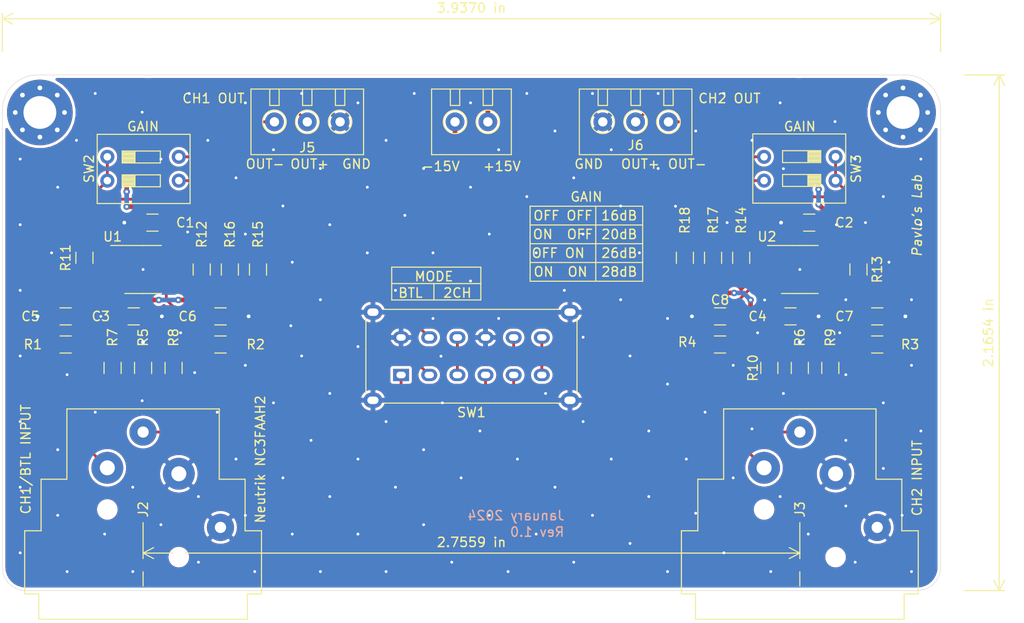
<source format=kicad_pcb>
(kicad_pcb (version 20171130) (host pcbnew "(5.1.6-0)")
  (layers (0 F.Cu signal) (31 B.Cu signal) (34 B.Paste user) (35 F.Paste user) (36 B.SilkS user) (37 F.SilkS user) (38 B.Mask user) (39 F.Mask user) (44 Edge.Cuts user))
  (net 0 "")
  (net 1 GND)
  (net 2 +15V)
  (net 3 -15V)
  (net 4 "Net-(C5-Pad1)")
  (net 5 "Net-(C6-Pad2)")
  (net 6 "Net-(J5-Pad2)")
  (net 7 "Net-(R5-Pad1)")
  (net 8 "Net-(R10-Pad1)")
  (net 9 "Net-(J2-Pad3)")
  (net 10 "Net-(J2-Pad2)")
  (net 11 "Net-(R11-Pad2)")
  (net 12 "Net-(R12-Pad2)")
  (net 13 "Net-(R13-Pad2)")
  (net 14 "Net-(R14-Pad2)")
  (net 15 "Net-(C7-Pad1)")
  (net 16 "Net-(C8-Pad2)")
  (net 17 "Net-(J3-Pad3)")
  (net 18 "Net-(J3-Pad2)")
  (net 19 "Net-(J6-Pad2)")
  (net 20 "Net-(R2-Pad2)")
  (net 21 "Net-(R3-Pad2)")
  (net 22 "Net-(R4-Pad2)")
  (net 23 "Net-(R15-Pad2)")
  (net 24 "Net-(R16-Pad2)")
  (net 25 "Net-(R17-Pad2)")
  (net 26 "Net-(R18-Pad2)")
  (net 27 "Net-(SW1-Pad1)")
  (net 28 "Net-(SW1-Pad3)")
  (net 29 "Net-(J6-Pad1)")
  (net 30 "Net-(J5-Pad3)")
  (module local_footprint_lib:SW_SS-42H11_4PDT (layer F.Cu) (at 125 130)
    (fp_text reference SW1 (at 0 6) (layer F.SilkS))
    (fp_text value BTL)
    (pad 6 thru_hole oval (at 7.5 2) (size 1.7 1.3) (drill oval 1 0.7) (layers *.Cu *.Mask) (net 18 "Net-(J3-Pad2)"))
    (pad 5 thru_hole oval (at 4.5 2) (size 1.7 1.3) (drill oval 1 0.7) (layers *.Cu *.Mask) (net 21 "Net-(R3-Pad2)"))
    (pad 4 thru_hole oval (at 1.5 2) (size 1.7 1.3) (drill oval 1 0.7) (layers *.Cu *.Mask) (net 27 "Net-(SW1-Pad1)"))
    (pad 3 thru_hole oval (at -1.5 2) (size 1.7 1.3) (drill oval 1 0.7) (layers *.Cu *.Mask) (net 28 "Net-(SW1-Pad3)"))
    (pad 2 thru_hole oval (at -4.5 2) (size 1.7 1.3) (drill oval 1 0.7) (layers *.Cu *.Mask) (net 9 "Net-(J2-Pad3)"))
    (pad 12 thru_hole oval (at 7.5 -2) (size 1.7 1.3) (drill oval 1 0.7) (layers *.Cu *.Mask) (net 17 "Net-(J3-Pad3)"))
    (pad 11 thru_hole oval (at 4.5 -2) (size 1.7 1.3) (drill oval 1 0.7) (layers *.Cu *.Mask) (net 22 "Net-(R4-Pad2)"))
    (pad 10 thru_hole oval (at 1.5 -2) (size 1.7 1.3) (drill oval 1 0.7) (layers *.Cu *.Mask) (net 1 GND))
    (pad 9 thru_hole oval (at -1.5 -2) (size 1.7 1.3) (drill oval 1 0.7) (layers *.Cu *.Mask) (net 28 "Net-(SW1-Pad3)"))
    (pad 8 thru_hole oval (at -4.5 -2) (size 1.7 1.3) (drill oval 1 0.7) (layers *.Cu *.Mask) (net 20 "Net-(R2-Pad2)"))
    (pad 13 thru_hole oval (at -10.5 4.7) (size 2 1.6) (drill oval 1.2 0.8) (layers *.Cu *.Mask) (net 1 GND))
    (pad 13 thru_hole oval (at 10.5 4.7) (size 2 1.6) (drill oval 1.2 0.8) (layers *.Cu *.Mask) (net 1 GND))
    (pad 13 thru_hole oval (at 10.5 -4.7) (size 2 1.6) (drill oval 1.2 0.8) (layers *.Cu *.Mask) (net 1 GND))
    (pad 13 thru_hole oval (at -10.5 -4.7) (size 2 1.6) (drill oval 1.2 0.8) (layers *.Cu *.Mask) (net 1 GND))
    (pad 7 thru_hole oval (at -7.5 -2) (size 1.7 1.3) (drill oval 1 0.7) (layers *.Cu *.Mask) (net 1 GND))
    (pad 1 thru_hole rect (at -7.5 2) (size 1.7 1.3) (drill oval 1 0.7) (layers *.Cu *.Mask) (net 27 "Net-(SW1-Pad1)"))
  )
  (module local_footprint_lib:SW_DIP_SPSTx02_Slide_W7.62mm_P2.54mm (layer F.Cu) (at 160 110 180)
    (fp_text reference SW3 (at -6 0 90) (layer F.SilkS))
    (fp_text value GAIN_CH2)
    (pad 4 thru_hole circle (at 3.81 -1.27 180) (size 1.5 1.5) (drill 0.8) (layers *.Cu *.Mask) (net 25 "Net-(R17-Pad2)"))
    (pad 3 thru_hole circle (at 3.81 1.27 180) (size 1.5 1.5) (drill 0.8) (layers *.Cu *.Mask) (net 26 "Net-(R18-Pad2)"))
    (pad 2 thru_hole circle (at -3.81 -1.27 180) (size 1.5 1.5) (drill 0.8) (layers *.Cu *.Mask) (net 13 "Net-(R13-Pad2)"))
    (pad 1 thru_hole circle (at -3.81 1.27 180) (size 1.5 1.5) (drill 0.8) (layers *.Cu *.Mask) (net 13 "Net-(R13-Pad2)"))
  )
  (module local_footprint_lib:SW_DIP_SPSTx02_Slide_W7.62mm_P2.54mm (layer F.Cu) (at 90 110)
    (fp_text reference SW2 (at -5.75 0 90) (layer F.SilkS))
    (fp_text value GAIN_CH1)
    (pad 4 thru_hole circle (at 3.81 -1.27) (size 1.5 1.5) (drill 0.8) (layers *.Cu *.Mask) (net 23 "Net-(R15-Pad2)"))
    (pad 3 thru_hole circle (at 3.81 1.27) (size 1.5 1.5) (drill 0.8) (layers *.Cu *.Mask) (net 24 "Net-(R16-Pad2)"))
    (pad 2 thru_hole circle (at -3.81 -1.27) (size 1.5 1.5) (drill 0.8) (layers *.Cu *.Mask) (net 11 "Net-(R11-Pad2)"))
    (pad 1 thru_hole circle (at -3.81 1.27) (size 1.5 1.5) (drill 0.8) (layers *.Cu *.Mask) (net 11 "Net-(R11-Pad2)"))
  )
  (module Resistor_SMD:R_1206_3216Metric (layer F.Cu) (at 147.75 119.5 90)
    (fp_text reference R18 (at 4 0 90) (layer F.SilkS))
    (fp_text value 910R)
    (pad 2 smd roundrect (at 1.4 0 90) (size 1.25 1.75) (layers F.Cu F.Paste F.Mask) (roundrect_rratio 0.2) (net 26 "Net-(R18-Pad2)"))
    (pad 1 smd roundrect (at -1.4 0 90) (size 1.25 1.75) (layers F.Cu F.Paste F.Mask) (roundrect_rratio 0.2) (net 14 "Net-(R14-Pad2)"))
  )
  (module Resistor_SMD:R_1206_3216Metric (layer F.Cu) (at 150.75 119.5 90)
    (fp_text reference R17 (at 4 0 90) (layer F.SilkS))
    (fp_text value 3K3)
    (pad 2 smd roundrect (at 1.4 0 90) (size 1.25 1.75) (layers F.Cu F.Paste F.Mask) (roundrect_rratio 0.2) (net 25 "Net-(R17-Pad2)"))
    (pad 1 smd roundrect (at -1.4 0 90) (size 1.25 1.75) (layers F.Cu F.Paste F.Mask) (roundrect_rratio 0.2) (net 14 "Net-(R14-Pad2)"))
  )
  (module Resistor_SMD:R_1206_3216Metric (layer F.Cu) (at 99.25 120.75 90)
    (fp_text reference R16 (at 3.75 0 90) (layer F.SilkS))
    (fp_text value 910R)
    (pad 2 smd roundrect (at 1.4 0 90) (size 1.25 1.75) (layers F.Cu F.Paste F.Mask) (roundrect_rratio 0.2) (net 24 "Net-(R16-Pad2)"))
    (pad 1 smd roundrect (at -1.4 0 90) (size 1.25 1.75) (layers F.Cu F.Paste F.Mask) (roundrect_rratio 0.2) (net 12 "Net-(R12-Pad2)"))
  )
  (module Resistor_SMD:R_1206_3216Metric (layer F.Cu) (at 102.25 120.75 90)
    (fp_text reference R15 (at 3.75 0 90) (layer F.SilkS))
    (fp_text value 3K3)
    (pad 2 smd roundrect (at 1.4 0 90) (size 1.25 1.75) (layers F.Cu F.Paste F.Mask) (roundrect_rratio 0.2) (net 23 "Net-(R15-Pad2)"))
    (pad 1 smd roundrect (at -1.4 0 90) (size 1.25 1.75) (layers F.Cu F.Paste F.Mask) (roundrect_rratio 0.2) (net 12 "Net-(R12-Pad2)"))
  )
  (module "local_footprint_lib:TerminalBlock_ Amphenol_01_03_P3.50mm" (layer F.Cu) (at 142.5 105 180)
    (fp_text reference J6 (at 0 -2.5) (layer F.SilkS))
    (fp_text value CH1_OUT)
    (pad 3 thru_hole circle (at 3.5 0 180) (size 2 2) (drill 1) (layers *.Cu *.Mask) (net 1 GND))
    (pad 2 thru_hole circle (at 0 0 180) (size 2 2) (drill 1) (layers *.Cu *.Mask) (net 19 "Net-(J6-Pad2)"))
    (pad 1 thru_hole circle (at -3.5 0 180) (size 2 2) (drill 1) (layers *.Cu *.Mask) (net 29 "Net-(J6-Pad1)"))
  )
  (module Package_SO:SOIC-8_3.9x4.9mm_P1.27mm (layer F.Cu) (at 160 120.75)
    (fp_text reference U2 (at -3.5 -3.5) (layer F.SilkS))
    (fp_text value LM4562)
    (pad 8 smd roundrect (at 2.475 -1.905) (size 1.95 0.6) (layers F.Cu F.Paste F.Mask) (net 2 +15V))
    (pad 7 smd roundrect (at 2.475 -0.635) (size 1.95 0.6) (layers F.Cu F.Paste F.Mask) (net 19 "Net-(J6-Pad2)"))
    (pad 6 smd roundrect (at 2.475 0.635) (size 1.95 0.6) (layers F.Cu F.Paste F.Mask) (net 13 "Net-(R13-Pad2)"))
    (pad 5 smd roundrect (at 2.475 1.905) (size 1.95 0.6) (layers F.Cu F.Paste F.Mask) (net 15 "Net-(C7-Pad1)"))
    (pad 4 smd roundrect (at -2.475 1.905) (size 1.95 0.6) (layers F.Cu F.Paste F.Mask) (net 3 -15V))
    (pad 3 smd roundrect (at -2.475 0.635) (size 1.95 0.6) (layers F.Cu F.Paste F.Mask) (net 16 "Net-(C8-Pad2)"))
    (pad 2 smd roundrect (at -2.475 -0.635) (size 1.95 0.6) (layers F.Cu F.Paste F.Mask) (net 14 "Net-(R14-Pad2)"))
    (pad 1 smd roundrect (at -2.475 -1.905) (size 1.95 0.6) (layers F.Cu F.Paste F.Mask) (net 29 "Net-(J6-Pad1)"))
  )
  (module Resistor_SMD:R_1206_3216Metric (layer F.Cu) (at 153.75 119.5 270)
    (fp_text reference R14 (at -4 0 90) (layer F.SilkS))
    (fp_text value 1K)
    (pad 2 smd roundrect (at 1.4 0 270) (size 1.25 1.75) (layers F.Cu F.Paste F.Mask) (roundrect_rratio 0.2) (net 14 "Net-(R14-Pad2)"))
    (pad 1 smd roundrect (at -1.4 0 270) (size 1.25 1.75) (layers F.Cu F.Paste F.Mask) (roundrect_rratio 0.2) (net 29 "Net-(J6-Pad1)"))
  )
  (module Resistor_SMD:R_1206_3216Metric (layer F.Cu) (at 166.25 120.75 270)
    (fp_text reference R13 (at 0 -2 90) (layer F.SilkS))
    (fp_text value 1K)
    (pad 2 smd roundrect (at 1.4 0 270) (size 1.25 1.75) (layers F.Cu F.Paste F.Mask) (roundrect_rratio 0.2) (net 13 "Net-(R13-Pad2)"))
    (pad 1 smd roundrect (at -1.4 0 270) (size 1.25 1.75) (layers F.Cu F.Paste F.Mask) (roundrect_rratio 0.2) (net 19 "Net-(J6-Pad2)"))
  )
  (module Resistor_SMD:R_1206_3216Metric (layer F.Cu) (at 96.25 120.75 270)
    (fp_text reference R12 (at -3.75 0 90) (layer F.SilkS))
    (fp_text value 1K)
    (pad 2 smd roundrect (at 1.4 0 270) (size 1.25 1.75) (layers F.Cu F.Paste F.Mask) (roundrect_rratio 0.2) (net 12 "Net-(R12-Pad2)"))
    (pad 1 smd roundrect (at -1.4 0 270) (size 1.25 1.75) (layers F.Cu F.Paste F.Mask) (roundrect_rratio 0.2) (net 30 "Net-(J5-Pad3)"))
  )
  (module Resistor_SMD:R_1206_3216Metric (layer F.Cu) (at 83.75 119.5 270)
    (fp_text reference R11 (at 0 2 90) (layer F.SilkS))
    (fp_text value 1K)
    (pad 2 smd roundrect (at 1.4 0 270) (size 1.25 1.75) (layers F.Cu F.Paste F.Mask) (roundrect_rratio 0.2) (net 11 "Net-(R11-Pad2)"))
    (pad 1 smd roundrect (at -1.4 0 270) (size 1.25 1.75) (layers F.Cu F.Paste F.Mask) (roundrect_rratio 0.2) (net 6 "Net-(J5-Pad2)"))
  )
  (module Resistor_SMD:R_1206_3216Metric (layer F.Cu) (at 156.75 131.25 90)
    (fp_text reference R10 (at 0 -1.75 90) (layer F.SilkS))
    (fp_text value 47K)
    (pad 2 smd roundrect (at 1.4 0 90) (size 1.25 1.75) (layers F.Cu F.Paste F.Mask) (roundrect_rratio 0.2) (net 16 "Net-(C8-Pad2)"))
    (pad 1 smd roundrect (at -1.4 0 90) (size 1.25 1.75) (layers F.Cu F.Paste F.Mask) (roundrect_rratio 0.2) (net 8 "Net-(R10-Pad1)"))
  )
  (module Resistor_SMD:R_1206_3216Metric (layer F.Cu) (at 163.25 131.25 270)
    (fp_text reference R9 (at -3.25 0 90) (layer F.SilkS))
    (fp_text value 47K)
    (pad 2 smd roundrect (at 1.4 0 270) (size 1.25 1.75) (layers F.Cu F.Paste F.Mask) (roundrect_rratio 0.2) (net 8 "Net-(R10-Pad1)"))
    (pad 1 smd roundrect (at -1.4 0 270) (size 1.25 1.75) (layers F.Cu F.Paste F.Mask) (roundrect_rratio 0.2) (net 15 "Net-(C7-Pad1)"))
  )
  (module Resistor_SMD:R_1206_3216Metric (layer F.Cu) (at 160 131.25 90)
    (fp_text reference R6 (at 3.25 0 90) (layer F.SilkS))
    (fp_text value 2M2)
    (pad 2 smd roundrect (at 1.4 0 90) (size 1.25 1.75) (layers F.Cu F.Paste F.Mask) (roundrect_rratio 0.2) (net 1 GND))
    (pad 1 smd roundrect (at -1.4 0 90) (size 1.25 1.75) (layers F.Cu F.Paste F.Mask) (roundrect_rratio 0.2) (net 8 "Net-(R10-Pad1)"))
  )
  (module Resistor_SMD:R_1206_3216Metric (layer F.Cu) (at 151.5 128.75 180)
    (fp_text reference R4 (at 3.5 0.25) (layer F.SilkS))
    (fp_text value 100R)
    (pad 2 smd roundrect (at 1.4 0 180) (size 1.25 1.75) (layers F.Cu F.Paste F.Mask) (roundrect_rratio 0.2) (net 22 "Net-(R4-Pad2)"))
    (pad 1 smd roundrect (at -1.4 0 180) (size 1.25 1.75) (layers F.Cu F.Paste F.Mask) (roundrect_rratio 0.2) (net 16 "Net-(C8-Pad2)"))
  )
  (module Resistor_SMD:R_1206_3216Metric (layer F.Cu) (at 168.25 128.75)
    (fp_text reference R3 (at 3.5 0) (layer F.SilkS))
    (fp_text value 100R)
    (pad 2 smd roundrect (at 1.4 0) (size 1.25 1.75) (layers F.Cu F.Paste F.Mask) (roundrect_rratio 0.2) (net 21 "Net-(R3-Pad2)"))
    (pad 1 smd roundrect (at -1.4 0) (size 1.25 1.75) (layers F.Cu F.Paste F.Mask) (roundrect_rratio 0.2) (net 15 "Net-(C7-Pad1)"))
  )
  (module "local_footprint_lib:TerminalBlock_ Amphenol_01_03_P3.50mm" (layer F.Cu) (at 107.5 105 180)
    (fp_text reference J5 (at 0 -2.75) (layer F.SilkS))
    (fp_text value CH1_OUT)
    (pad 3 thru_hole circle (at 3.5 0 180) (size 2 2) (drill 1) (layers *.Cu *.Mask) (net 30 "Net-(J5-Pad3)"))
    (pad 2 thru_hole circle (at 0 0 180) (size 2 2) (drill 1) (layers *.Cu *.Mask) (net 6 "Net-(J5-Pad2)"))
    (pad 1 thru_hole circle (at -3.5 0 180) (size 2 2) (drill 1) (layers *.Cu *.Mask) (net 1 GND))
  )
  (module local_footprint_lib:Jack_XLR_Neutrik_NC3FAAH2_Horizontal_centered (layer F.Cu) (at 160 158 270)
    (fp_text reference J3 (at -11.66 -0.01 90) (layer F.SilkS))
    (fp_text value CH2_XLR)
    (pad G thru_hole circle (at -9.74 -8.25 270) (size 2.9 2.9) (drill 1.2) (layers *.Cu *.Mask) (net 1 GND))
    (pad "" np_thru_hole circle (at -11.65 3.81 270) (size 1.6 1.6) (drill 1.6) (layers *.Cu *.Mask))
    (pad "" np_thru_hole circle (at -6.57 -3.81 270) (size 1.6 1.6) (drill 1.6) (layers *.Cu *.Mask))
    (pad 3 thru_hole circle (at -19.91 0 270) (size 2.9 2.9) (drill 1.2) (layers *.Cu *.Mask) (net 17 "Net-(J3-Pad3)"))
    (pad 2 thru_hole circle (at -16.095 3.81 270) (size 3.4 3.4) (drill 1.6) (layers *.Cu *.Mask) (net 18 "Net-(J3-Pad2)"))
    (pad 1 thru_hole circle (at -15.46 -3.81 270) (size 3.4 3.4) (drill 1.6) (layers *.Cu *.Mask) (net 1 GND))
  )
  (module Capacitor_SMD:C_1206_3216Metric_Pad1.42x1.75mm_HandSolder (layer F.Cu) (at 151.5 125.75)
    (fp_text reference C8 (at 0 -1.75) (layer F.SilkS))
    (fp_text value 1n)
    (pad 2 smd roundrect (at 1.4875 0) (size 1.425 1.75) (layers F.Cu F.Paste F.Mask) (roundrect_rratio 0.175439) (net 16 "Net-(C8-Pad2)"))
    (pad 1 smd roundrect (at -1.4875 0) (size 1.425 1.75) (layers F.Cu F.Paste F.Mask) (roundrect_rratio 0.175439) (net 1 GND))
  )
  (module Capacitor_SMD:C_1206_3216Metric_Pad1.42x1.75mm_HandSolder (layer F.Cu) (at 168.25 125.75)
    (fp_text reference C7 (at -3.5 0) (layer F.SilkS))
    (fp_text value 1n)
    (pad 2 smd roundrect (at 1.4875 0) (size 1.425 1.75) (layers F.Cu F.Paste F.Mask) (roundrect_rratio 0.175439) (net 1 GND))
    (pad 1 smd roundrect (at -1.4875 0) (size 1.425 1.75) (layers F.Cu F.Paste F.Mask) (roundrect_rratio 0.175439) (net 15 "Net-(C7-Pad1)"))
  )
  (module "local_footprint_lib:TerminalBlock_ Amphenol_01_02_P3.50mm" (layer F.Cu) (at 125 105 180)
    (fp_text reference J1)
    (fp_text value POWER)
    (pad 2 thru_hole circle (at 1.75 0 180) (size 2 2) (drill 1) (layers *.Cu *.Mask) (net 3 -15V))
    (pad 1 thru_hole circle (at -1.75 0 180) (size 2 2) (drill 1) (layers *.Cu *.Mask) (net 2 +15V))
  )
  (module Capacitor_SMD:C_1206_3216Metric_Pad1.42x1.75mm_HandSolder (layer F.Cu) (at 98.25 125.75 180)
    (fp_text reference C6 (at 3.5 0) (layer F.SilkS))
    (fp_text value 1n)
    (pad 2 smd roundrect (at 1.4875 0 180) (size 1.425 1.75) (layers F.Cu F.Paste F.Mask) (roundrect_rratio 0.175439) (net 5 "Net-(C6-Pad2)"))
    (pad 1 smd roundrect (at -1.4875 0 180) (size 1.425 1.75) (layers F.Cu F.Paste F.Mask) (roundrect_rratio 0.175439) (net 1 GND))
  )
  (module Capacitor_SMD:C_1206_3216Metric_Pad1.42x1.75mm_HandSolder (layer F.Cu) (at 81.75 125.75 180)
    (fp_text reference C5 (at 3.75 0) (layer F.SilkS))
    (fp_text value 1n)
    (pad 2 smd roundrect (at 1.4875 0 180) (size 1.425 1.75) (layers F.Cu F.Paste F.Mask) (roundrect_rratio 0.175439) (net 1 GND))
    (pad 1 smd roundrect (at -1.4875 0 180) (size 1.425 1.75) (layers F.Cu F.Paste F.Mask) (roundrect_rratio 0.175439) (net 4 "Net-(C5-Pad1)"))
  )
  (module Capacitor_SMD:C_1206_3216Metric_Pad1.42x1.75mm_HandSolder (layer F.Cu) (at 159 125.75 180)
    (fp_text reference C4 (at 3.5 0) (layer F.SilkS))
    (fp_text value 100n)
    (pad 2 smd roundrect (at 1.4875 0 180) (size 1.425 1.75) (layers F.Cu F.Paste F.Mask) (roundrect_rratio 0.175439) (net 3 -15V))
    (pad 1 smd roundrect (at -1.4875 0 180) (size 1.425 1.75) (layers F.Cu F.Paste F.Mask) (roundrect_rratio 0.175439) (net 1 GND))
  )
  (module Capacitor_SMD:C_1206_3216Metric_Pad1.42x1.75mm_HandSolder (layer F.Cu) (at 89 125.75 180)
    (fp_text reference C3 (at 3.5 0) (layer F.SilkS))
    (fp_text value 100n)
    (pad 2 smd roundrect (at 1.4875 0 180) (size 1.425 1.75) (layers F.Cu F.Paste F.Mask) (roundrect_rratio 0.175439) (net 3 -15V))
    (pad 1 smd roundrect (at -1.4875 0 180) (size 1.425 1.75) (layers F.Cu F.Paste F.Mask) (roundrect_rratio 0.175439) (net 1 GND))
  )
  (module Capacitor_SMD:C_1206_3216Metric_Pad1.42x1.75mm_HandSolder (layer F.Cu) (at 161 115.75 180)
    (fp_text reference C2 (at -3.75 0) (layer F.SilkS))
    (fp_text value 100n)
    (pad 2 smd roundrect (at 1.4875 0 180) (size 1.425 1.75) (layers F.Cu F.Paste F.Mask) (roundrect_rratio 0.175439) (net 1 GND))
    (pad 1 smd roundrect (at -1.4875 0 180) (size 1.425 1.75) (layers F.Cu F.Paste F.Mask) (roundrect_rratio 0.175439) (net 2 +15V))
  )
  (module Capacitor_SMD:C_1206_3216Metric_Pad1.42x1.75mm_HandSolder (layer F.Cu) (at 91 115.75 180)
    (fp_text reference C1 (at -3.5 0) (layer F.SilkS))
    (fp_text value 100n)
    (pad 2 smd roundrect (at 1.4875 0 180) (size 1.425 1.75) (layers F.Cu F.Paste F.Mask) (roundrect_rratio 0.175439) (net 1 GND))
    (pad 1 smd roundrect (at -1.4875 0 180) (size 1.425 1.75) (layers F.Cu F.Paste F.Mask) (roundrect_rratio 0.175439) (net 2 +15V))
  )
  (module Package_SO:SOIC-8_3.9x4.9mm_P1.27mm (layer F.Cu) (at 90 120.75)
    (fp_text reference U1 (at -3.25 -3.5) (layer F.SilkS))
    (fp_text value LM4562)
    (pad 8 smd roundrect (at 2.475 -1.905) (size 1.95 0.6) (layers F.Cu F.Paste F.Mask) (net 2 +15V))
    (pad 7 smd roundrect (at 2.475 -0.635) (size 1.95 0.6) (layers F.Cu F.Paste F.Mask) (net 30 "Net-(J5-Pad3)"))
    (pad 6 smd roundrect (at 2.475 0.635) (size 1.95 0.6) (layers F.Cu F.Paste F.Mask) (net 12 "Net-(R12-Pad2)"))
    (pad 5 smd roundrect (at 2.475 1.905) (size 1.95 0.6) (layers F.Cu F.Paste F.Mask) (net 5 "Net-(C6-Pad2)"))
    (pad 4 smd roundrect (at -2.475 1.905) (size 1.95 0.6) (layers F.Cu F.Paste F.Mask) (net 3 -15V))
    (pad 3 smd roundrect (at -2.475 0.635) (size 1.95 0.6) (layers F.Cu F.Paste F.Mask) (net 4 "Net-(C5-Pad1)"))
    (pad 2 smd roundrect (at -2.475 -0.635) (size 1.95 0.6) (layers F.Cu F.Paste F.Mask) (net 11 "Net-(R11-Pad2)"))
    (pad 1 smd roundrect (at -2.475 -1.905) (size 1.95 0.6) (layers F.Cu F.Paste F.Mask) (net 6 "Net-(J5-Pad2)"))
  )
  (module Resistor_SMD:R_1206_3216Metric (layer F.Cu) (at 93.25 131.25 90)
    (fp_text reference R8 (at 3.25 0 90) (layer F.SilkS))
    (fp_text value 47K)
    (pad 2 smd roundrect (at 1.4 0 90) (size 1.25 1.75) (layers F.Cu F.Paste F.Mask) (roundrect_rratio 0.2) (net 5 "Net-(C6-Pad2)"))
    (pad 1 smd roundrect (at -1.4 0 90) (size 1.25 1.75) (layers F.Cu F.Paste F.Mask) (roundrect_rratio 0.2) (net 7 "Net-(R5-Pad1)"))
  )
  (module Resistor_SMD:R_1206_3216Metric (layer F.Cu) (at 86.75 131.25 270)
    (fp_text reference R7 (at -3.25 0 90) (layer F.SilkS))
    (fp_text value 47K)
    (pad 2 smd roundrect (at 1.4 0 270) (size 1.25 1.75) (layers F.Cu F.Paste F.Mask) (roundrect_rratio 0.2) (net 7 "Net-(R5-Pad1)"))
    (pad 1 smd roundrect (at -1.4 0 270) (size 1.25 1.75) (layers F.Cu F.Paste F.Mask) (roundrect_rratio 0.2) (net 4 "Net-(C5-Pad1)"))
  )
  (module Resistor_SMD:R_1206_3216Metric (layer F.Cu) (at 90 131.25 90)
    (fp_text reference R5 (at 3.25 0 90) (layer F.SilkS))
    (fp_text value 2M2)
    (pad 2 smd roundrect (at 1.4 0 90) (size 1.25 1.75) (layers F.Cu F.Paste F.Mask) (roundrect_rratio 0.2) (net 1 GND))
    (pad 1 smd roundrect (at -1.4 0 90) (size 1.25 1.75) (layers F.Cu F.Paste F.Mask) (roundrect_rratio 0.2) (net 7 "Net-(R5-Pad1)"))
  )
  (module Resistor_SMD:R_1206_3216Metric (layer F.Cu) (at 98.25 128.75)
    (fp_text reference R2 (at 3.75 0) (layer F.SilkS))
    (fp_text value 100R)
    (pad 2 smd roundrect (at 1.4 0) (size 1.25 1.75) (layers F.Cu F.Paste F.Mask) (roundrect_rratio 0.2) (net 20 "Net-(R2-Pad2)"))
    (pad 1 smd roundrect (at -1.4 0) (size 1.25 1.75) (layers F.Cu F.Paste F.Mask) (roundrect_rratio 0.2) (net 5 "Net-(C6-Pad2)"))
  )
  (module Resistor_SMD:R_1206_3216Metric (layer F.Cu) (at 81.75 128.75 180)
    (fp_text reference R1 (at 3.5 0) (layer F.SilkS))
    (fp_text value 100R)
    (pad 2 smd roundrect (at 1.4 0 180) (size 1.25 1.75) (layers F.Cu F.Paste F.Mask) (roundrect_rratio 0.2) (net 10 "Net-(J2-Pad2)"))
    (pad 1 smd roundrect (at -1.4 0 180) (size 1.25 1.75) (layers F.Cu F.Paste F.Mask) (roundrect_rratio 0.2) (net 4 "Net-(C5-Pad1)"))
  )
  (module MountingHole:MountingHole_3.5mm_Pad_Via (layer F.Cu) (at 171 104)
    (fp_text reference H2)
    (fp_text value MountingHole)
    (pad 1 thru_hole circle (at 1.856155 -1.856155) (size 0.8 0.8) (drill 0.5) (layers *.Cu *.Mask))
    (pad 1 thru_hole circle (at 0 -2.625) (size 0.8 0.8) (drill 0.5) (layers *.Cu *.Mask))
    (pad 1 thru_hole circle (at -1.856155 -1.856155) (size 0.8 0.8) (drill 0.5) (layers *.Cu *.Mask))
    (pad 1 thru_hole circle (at -2.625 0) (size 0.8 0.8) (drill 0.5) (layers *.Cu *.Mask))
    (pad 1 thru_hole circle (at -1.856155 1.856155) (size 0.8 0.8) (drill 0.5) (layers *.Cu *.Mask))
    (pad 1 thru_hole circle (at 0 2.625) (size 0.8 0.8) (drill 0.5) (layers *.Cu *.Mask))
    (pad 1 thru_hole circle (at 1.856155 1.856155) (size 0.8 0.8) (drill 0.5) (layers *.Cu *.Mask))
    (pad 1 thru_hole circle (at 2.625 0) (size 0.8 0.8) (drill 0.5) (layers *.Cu *.Mask))
    (pad 1 thru_hole circle (at 0 0) (size 7 7) (drill 3.5) (layers *.Cu *.Mask))
  )
  (module MountingHole:MountingHole_3.5mm_Pad_Via (layer F.Cu) (at 79 104)
    (fp_text reference H1)
    (fp_text value MountingHole)
    (pad 1 thru_hole circle (at 1.856155 -1.856155) (size 0.8 0.8) (drill 0.5) (layers *.Cu *.Mask))
    (pad 1 thru_hole circle (at 0 -2.625) (size 0.8 0.8) (drill 0.5) (layers *.Cu *.Mask))
    (pad 1 thru_hole circle (at -1.856155 -1.856155) (size 0.8 0.8) (drill 0.5) (layers *.Cu *.Mask))
    (pad 1 thru_hole circle (at -2.625 0) (size 0.8 0.8) (drill 0.5) (layers *.Cu *.Mask))
    (pad 1 thru_hole circle (at -1.856155 1.856155) (size 0.8 0.8) (drill 0.5) (layers *.Cu *.Mask))
    (pad 1 thru_hole circle (at 0 2.625) (size 0.8 0.8) (drill 0.5) (layers *.Cu *.Mask))
    (pad 1 thru_hole circle (at 1.856155 1.856155) (size 0.8 0.8) (drill 0.5) (layers *.Cu *.Mask))
    (pad 1 thru_hole circle (at 2.625 0) (size 0.8 0.8) (drill 0.5) (layers *.Cu *.Mask))
    (pad 1 thru_hole circle (at 0 0) (size 7 7) (drill 3.5) (layers *.Cu *.Mask))
  )
  (module local_footprint_lib:Jack_XLR_Neutrik_NC3FAAH2_Horizontal_centered (layer F.Cu) (at 90 158 270)
    (fp_text reference J2 (at -11.66 -0.01 90) (layer F.SilkS))
    (fp_text value CH1_XLR)
    (pad G thru_hole circle (at -9.74 -8.25 270) (size 2.9 2.9) (drill 1.2) (layers *.Cu *.Mask) (net 1 GND))
    (pad "" np_thru_hole circle (at -11.65 3.81 270) (size 1.6 1.6) (drill 1.6) (layers *.Cu *.Mask))
    (pad "" np_thru_hole circle (at -6.57 -3.81 270) (size 1.6 1.6) (drill 1.6) (layers *.Cu *.Mask))
    (pad 3 thru_hole circle (at -19.91 0 270) (size 2.9 2.9) (drill 1.2) (layers *.Cu *.Mask) (net 9 "Net-(J2-Pad3)"))
    (pad 2 thru_hole circle (at -16.095 3.81 270) (size 3.4 3.4) (drill 1.6) (layers *.Cu *.Mask) (net 10 "Net-(J2-Pad2)"))
    (pad 1 thru_hole circle (at -15.46 -3.81 270) (size 3.4 3.4) (drill 1.6) (layers *.Cu *.Mask) (net 1 GND))
  )
  (gr_line (start 131.25 116) (end 143.25 116) (layer F.SilkS) (width 0.12))
  (gr_line (start 131.25 118) (end 143.25 118) (layer F.SilkS) (width 0.12))
  (gr_line (start 131.25 120) (end 143.25 120) (layer F.SilkS) (width 0.12))
  (gr_line (start 131.25 122) (end 138.25 122) (layer F.SilkS) (width 0.12))
  (gr_line (start 131.25 121.75) (end 131.25 122) (layer F.SilkS) (width 0.12))
  (gr_line (start 131.25 117.75) (end 131.25 121.75) (layer F.SilkS) (width 0.12))
  (gr_line (start 131.25 114) (end 131.25 117.75) (layer F.SilkS) (width 0.12))
  (gr_line (start 138.25 114) (end 131.25 114) (layer F.SilkS) (width 0.12))
  (gr_line (start 143.25 114) (end 138.25 114) (layer F.SilkS) (width 0.12))
  (gr_line (start 143.25 122) (end 143.25 114) (layer F.SilkS) (width 0.12))
  (gr_line (start 138.25 122) (end 143.25 122) (layer F.SilkS) (width 0.12))
  (gr_line (start 138.25 114) (end 138.25 122) (layer F.SilkS) (width 0.12))
  (gr_text "ON  ON" (at 134.5 121) (layer F.SilkS) (effects (font (size 1 1))))
  (gr_text "OFF ON" (at 134.25 119) (layer F.SilkS) (effects (font (size 1 1))))
  (gr_text "ON  OFF" (at 134.75 117) (layer F.SilkS) (effects (font (size 1 1))))
  (gr_text "OFF OFF" (at 134.75 115) (layer F.SilkS) (effects (font (size 1 1))))
  (gr_text GAIN (at 137.25 113) (layer F.SilkS) (effects (font (size 1 1))))
  (gr_text 28dB (at 140.75 121) (layer F.SilkS) (effects (font (size 1 1))))
  (gr_text GAIN (at 160 105.5) (layer F.SilkS) (effects (font (size 1 1))))
  (gr_text GAIN (at 90 105.5) (layer F.SilkS) (effects (font (size 1 1))))
  (gr_text "CH1 OUT" (at 97.5 102.5) (layer F.SilkS) (effects (font (size 1 1))))
  (gr_text "CH2 OUT" (at 152.5 102.5) (layer F.SilkS) (effects (font (size 1 1))))
  (gr_text "CH2 INPUT" (at 172.5 143 90) (layer F.SilkS) (effects (font (size 1 1))))
  (gr_text "CH1/BTL INPUT" (at 77.5 141 90) (layer F.SilkS) (effects (font (size 1 1))))
  (gr_line (start 126 120.5) (end 126 122.25) (layer F.SilkS) (width 0.12))
  (gr_line (start 116.5 120.5) (end 126 120.5) (layer F.SilkS) (width 0.12))
  (gr_line (start 116.5 122.25) (end 116.5 120.5) (layer F.SilkS) (width 0.12))
  (gr_line (start 121 122.25) (end 121 124) (layer F.SilkS) (width 0.12))
  (gr_line (start 116.5 124) (end 116.5 122.25) (layer F.SilkS) (width 0.12))
  (gr_line (start 126 124) (end 116.5 124) (layer F.SilkS) (width 0.12))
  (gr_line (start 126 122.25) (end 126 124) (layer F.SilkS) (width 0.12))
  (gr_line (start 116.5 122.25) (end 126 122.25) (layer F.SilkS) (width 0.12))
  (gr_text MODE (at 121 121.5) (layer F.SilkS) (effects (font (size 1 1))))
  (gr_text 2CH (at 123.5 123.25) (layer F.SilkS) (effects (font (size 1 1))))
  (gr_text BTL (at 118.5 123.25) (layer F.SilkS) (effects (font (size 1 1))))
  (dimension 100 (width 0.12) (layer F.SilkS) (gr_text "100.000 mm" (at 125 92.73) (layer F.SilkS) (effects (font (size 1 1) (thickness 0.15)))) (feature1 (pts (xy 75 97.5) (xy 75 93.413579))) (feature2 (pts (xy 175 97.5) (xy 175 93.413579))) (crossbar (pts (xy 175 94) (xy 75 94))) (arrow1a (pts (xy 75 94) (xy 76.126504 93.413579))) (arrow1b (pts (xy 75 94) (xy 76.126504 94.586421))) (arrow2a (pts (xy 175 94) (xy 173.873496 93.413579))) (arrow2b (pts (xy 175 94) (xy 173.873496 94.586421))))
  (dimension 55 (width 0.12) (layer F.SilkS) (gr_text "55.000 mm" (at 182.52 127.5 270) (layer F.SilkS) (effects (font (size 1 1) (thickness 0.15)))) (feature1 (pts (xy 177.5 155) (xy 181.836421 155))) (feature2 (pts (xy 177.5 100) (xy 181.836421 100))) (crossbar (pts (xy 181.25 100) (xy 181.25 155))) (arrow1a (pts (xy 181.25 155) (xy 180.663579 153.873496))) (arrow1b (pts (xy 181.25 155) (xy 181.836421 153.873496))) (arrow2a (pts (xy 181.25 100) (xy 180.663579 101.126504))) (arrow2b (pts (xy 181.25 100) (xy 181.836421 101.126504))))
  (gr_text 16dB (at 140.75 115) (layer F.SilkS) (effects (font (size 1 1))))
  (gr_text 26dB (at 140.75 119) (layer F.SilkS) (effects (font (size 1 1))))
  (gr_text 20dB (at 140.75 117) (layer F.SilkS) (effects (font (size 1 1))))
  (dimension 70 (width 0.12) (layer F.SilkS) (gr_text "70.000 mm" (at 125 152.27) (layer F.SilkS) (effects (font (size 1 1) (thickness 0.15)))) (feature1 (pts (xy 160 147.75) (xy 160 151.586421))) (feature2 (pts (xy 90 147.75) (xy 90 151.586421))) (crossbar (pts (xy 90 151) (xy 160 151))) (arrow1a (pts (xy 160 151) (xy 158.873496 151.586421))) (arrow1b (pts (xy 160 151) (xy 158.873496 150.413579))) (arrow2a (pts (xy 90 151) (xy 91.126504 151.586421))) (arrow2b (pts (xy 90 151) (xy 91.126504 150.413579))))
  (gr_text "Rev 1.0" (at 132 148.75) (layer B.SilkS) (effects (font (size 1 1)) (justify mirror)))
  (gr_text "January 2024" (at 129.75 147) (layer B.SilkS) (effects (font (size 1 1)) (justify mirror)))
  (gr_text "Pavlo’s Lab" (at 172.5 115 90) (layer F.SilkS) (effects (font (size 1 1) (thickness 0.15) italic)))
  (gr_text "Neutrik NC3FAAH2" (at 102.5 141 90) (layer F.SilkS) (effects (font (size 1 1))))
  (gr_line (start 160 153) (end 160 154.5) (layer F.SilkS) (width 0.12))
  (gr_line (start 90 153) (end 90 154.5) (layer F.SilkS) (width 0.12))
  (gr_arc (start 78.75 103.75) (end 78.75 100) (angle -90) (layer Edge.Cuts) (width 0.05))
  (gr_arc (start 171.25 103.75) (end 175 103.75) (angle -90) (layer Edge.Cuts) (width 0.05))
  (gr_arc (start 172.5 152.5) (end 172.5 155) (angle -90) (layer Edge.Cuts) (width 0.05))
  (gr_arc (start 77.5 152.5) (end 75 152.5) (angle -90) (layer Edge.Cuts) (width 0.05))
  (gr_line (start 75 103.75) (end 75 152.5) (layer Edge.Cuts) (width 0.05))
  (gr_line (start 171.25 100) (end 78.75 100) (layer Edge.Cuts) (width 0.05))
  (gr_line (start 175 152.5) (end 175 103.75) (layer Edge.Cuts) (width 0.05))
  (gr_line (start 77.5 155) (end 172.5 155) (layer Edge.Cuts) (width 0.05))
  (gr_text -15V (at 121.75 109.75) (layer F.SilkS) (effects (font (size 1 1))))
  (gr_text +15V (at 128.25 109.75) (layer F.SilkS) (effects (font (size 1 1))))
  (gr_text "OUT-\n" (at 103 109.5) (layer F.SilkS) (effects (font (size 1 1))))
  (gr_text "OUT-\n" (at 148 109.5) (layer F.SilkS) (effects (font (size 1 1))))
  (gr_text OUT+ (at 143 109.5) (layer F.SilkS) (effects (font (size 1 1))))
  (gr_text OUT+ (at 107.75 109.5) (layer F.SilkS) (effects (font (size 1 1))))
  (gr_text GND (at 137.5 109.5) (layer F.SilkS) (effects (font (size 1 1))))
  (gr_text GND (at 112.75 109.5) (layer F.SilkS) (effects (font (size 1 1))))
  (via (at 171.25 125.75) (size 0.8) (drill 0.4) (layers F.Cu B.Cu) (net 1))
  (segment (start 169.7375 125.75) (end 171.25 125.75) (width 1) (layer F.Cu) (net 1))
  (via (at 162 125.75) (size 0.8) (drill 0.4) (layers F.Cu B.Cu) (net 1))
  (segment (start 160.4875 125.75) (end 162 125.75) (width 1) (layer F.Cu) (net 1))
  (via (at 148.5 125.75) (size 0.8) (drill 0.4) (layers F.Cu B.Cu) (net 1))
  (segment (start 150.0125 125.75) (end 148.5 125.75) (width 1) (layer F.Cu) (net 1))
  (via (at 160 128.5) (size 0.8) (drill 0.4) (layers F.Cu B.Cu) (net 1))
  (segment (start 160 129.85) (end 160 128.5) (width 1) (layer F.Cu) (net 1))
  (via (at 158 115.75) (size 0.8) (drill 0.4) (layers F.Cu B.Cu) (net 1))
  (segment (start 159.5125 115.75) (end 158 115.75) (width 1) (layer F.Cu) (net 1))
  (via (at 90 128.5) (size 0.8) (drill 0.4) (layers F.Cu B.Cu) (net 1))
  (segment (start 90 129.85) (end 90 128.5) (width 1) (layer F.Cu) (net 1))
  (via (at 92 125.75) (size 0.8) (drill 0.4) (layers F.Cu B.Cu) (net 1))
  (segment (start 90.4875 125.75) (end 92 125.75) (width 1) (layer F.Cu) (net 1))
  (via (at 101.25 125.75) (size 0.8) (drill 0.4) (layers F.Cu B.Cu) (net 1))
  (segment (start 99.7375 125.75) (end 101.25 125.75) (width 1) (layer F.Cu) (net 1))
  (via (at 78.75 125.75) (size 0.8) (drill 0.4) (layers F.Cu B.Cu) (net 1))
  (segment (start 80.2625 125.75) (end 78.75 125.75) (width 1) (layer F.Cu) (net 1))
  (via (at 88 115.75) (size 0.8) (drill 0.4) (layers F.Cu B.Cu) (net 1))
  (segment (start 89.5125 115.75) (end 88 115.75) (width 1) (layer F.Cu) (net 1))
  (via (at 76.901191 108.9725) (size 0.7) (drill 0.3) (layers F.Cu B.Cu) (net 1))
  (via (at 76.901191 115.9725) (size 0.7) (drill 0.3) (layers F.Cu B.Cu) (net 1))
  (via (at 76.901191 122.9725) (size 0.7) (drill 0.3) (layers F.Cu B.Cu) (net 1))
  (via (at 76.901191 129.9725) (size 0.7) (drill 0.3) (layers F.Cu B.Cu) (net 1))
  (via (at 76.901191 136.9725) (size 0.7) (drill 0.3) (layers F.Cu B.Cu) (net 1))
  (via (at 76.901191 143.9725) (size 0.7) (drill 0.3) (layers F.Cu B.Cu) (net 1))
  (via (at 76.901191 150.9725) (size 0.7) (drill 0.3) (layers F.Cu B.Cu) (net 1))
  (via (at 80.901191 111.9725) (size 0.7) (drill 0.3) (layers F.Cu B.Cu) (net 1))
  (via (at 80.25 118.9725) (size 0.7) (drill 0.3) (layers F.Cu B.Cu) (net 1))
  (via (at 80.901191 139.9725) (size 0.7) (drill 0.3) (layers F.Cu B.Cu) (net 1))
  (via (at 80.901191 146.9725) (size 0.7) (drill 0.3) (layers F.Cu B.Cu) (net 1))
  (via (at 81.901191 131.9725) (size 0.7) (drill 0.3) (layers F.Cu B.Cu) (net 1))
  (via (at 81.901191 152.9725) (size 0.7) (drill 0.3) (layers F.Cu B.Cu) (net 1))
  (via (at 82.901191 106.9725) (size 0.7) (drill 0.3) (layers F.Cu B.Cu) (net 1))
  (via (at 84.901191 101.9725) (size 0.7) (drill 0.3) (layers F.Cu B.Cu) (net 1))
  (via (at 85.5 125.75) (size 0.7) (drill 0.3) (layers F.Cu B.Cu) (net 1))
  (via (at 84.901191 135.9725) (size 0.7) (drill 0.3) (layers F.Cu B.Cu) (net 1))
  (via (at 85.901191 148.9725) (size 0.7) (drill 0.3) (layers F.Cu B.Cu) (net 1))
  (via (at 88.901191 143.9725) (size 0.7) (drill 0.3) (layers F.Cu B.Cu) (net 1))
  (via (at 88.901191 152.9725) (size 0.7) (drill 0.3) (layers F.Cu B.Cu) (net 1))
  (via (at 89.901191 103.9725) (size 0.7) (drill 0.3) (layers F.Cu B.Cu) (net 1))
  (via (at 90 120.75) (size 0.7) (drill 0.3) (layers F.Cu B.Cu) (net 1))
  (via (at 91.901191 108.9725) (size 0.7) (drill 0.3) (layers F.Cu B.Cu) (net 1))
  (via (at 94 127.5) (size 0.7) (drill 0.3) (layers F.Cu B.Cu) (net 1))
  (via (at 91.901191 147.9725) (size 0.7) (drill 0.3) (layers F.Cu B.Cu) (net 1))
  (via (at 94.75 116.75) (size 0.7) (drill 0.3) (layers F.Cu B.Cu) (net 1))
  (via (at 94.901191 101.9725) (size 0.7) (drill 0.3) (layers F.Cu B.Cu) (net 1))
  (via (at 95.5 131.75) (size 0.7) (drill 0.3) (layers F.Cu B.Cu) (net 1))
  (via (at 95.901191 144.9725) (size 0.7) (drill 0.3) (layers F.Cu B.Cu) (net 1))
  (via (at 95.901191 151.9725) (size 0.7) (drill 0.3) (layers F.Cu B.Cu) (net 1))
  (via (at 96.901191 106.9725) (size 0.7) (drill 0.3) (layers F.Cu B.Cu) (net 1))
  (via (at 97.901191 135.9725) (size 0.7) (drill 0.3) (layers F.Cu B.Cu) (net 1))
  (via (at 99.901191 110.9725) (size 0.7) (drill 0.3) (layers F.Cu B.Cu) (net 1))
  (via (at 99.901191 140.9725) (size 0.7) (drill 0.3) (layers F.Cu B.Cu) (net 1))
  (via (at 100.901191 102.9725) (size 0.7) (drill 0.3) (layers F.Cu B.Cu) (net 1))
  (via (at 100.901191 116.9725) (size 0.7) (drill 0.3) (layers F.Cu B.Cu) (net 1))
  (via (at 100.901191 130.9725) (size 0.7) (drill 0.3) (layers F.Cu B.Cu) (net 1))
  (via (at 100.901191 146.9725) (size 0.7) (drill 0.3) (layers F.Cu B.Cu) (net 1))
  (via (at 101.901191 152.9725) (size 0.7) (drill 0.3) (layers F.Cu B.Cu) (net 1))
  (via (at 105.75 126.75) (size 0.7) (drill 0.3) (layers F.Cu B.Cu) (net 1))
  (via (at 103.901191 107.9725) (size 0.7) (drill 0.3) (layers F.Cu B.Cu) (net 1))
  (via (at 103.901191 134.9725) (size 0.7) (drill 0.3) (layers F.Cu B.Cu) (net 1))
  (via (at 104.901191 113.9725) (size 0.7) (drill 0.3) (layers F.Cu B.Cu) (net 1))
  (via (at 104.901191 142.9725) (size 0.7) (drill 0.3) (layers F.Cu B.Cu) (net 1))
  (via (at 105.901191 119.9725) (size 0.7) (drill 0.3) (layers F.Cu B.Cu) (net 1))
  (via (at 105.901191 148.9725) (size 0.7) (drill 0.3) (layers F.Cu B.Cu) (net 1))
  (via (at 106.901191 101.9725) (size 0.7) (drill 0.3) (layers F.Cu B.Cu) (net 1))
  (via (at 106.901191 129.9725) (size 0.7) (drill 0.3) (layers F.Cu B.Cu) (net 1))
  (via (at 107.901191 138.9725) (size 0.7) (drill 0.3) (layers F.Cu B.Cu) (net 1))
  (via (at 108.901191 109.9725) (size 0.7) (drill 0.3) (layers F.Cu B.Cu) (net 1))
  (via (at 108.901191 123.9725) (size 0.7) (drill 0.3) (layers F.Cu B.Cu) (net 1))
  (via (at 108.901191 152.9725) (size 0.7) (drill 0.3) (layers F.Cu B.Cu) (net 1))
  (via (at 109.901191 115.9725) (size 0.7) (drill 0.3) (layers F.Cu B.Cu) (net 1))
  (via (at 109.901191 133.9725) (size 0.7) (drill 0.3) (layers F.Cu B.Cu) (net 1))
  (via (at 109.901191 144.9725) (size 0.7) (drill 0.3) (layers F.Cu B.Cu) (net 1))
  (via (at 112.901191 102.9725) (size 0.7) (drill 0.3) (layers F.Cu B.Cu) (net 1))
  (via (at 112.901191 128.9725) (size 0.7) (drill 0.3) (layers F.Cu B.Cu) (net 1))
  (via (at 112.901191 140.9725) (size 0.7) (drill 0.3) (layers F.Cu B.Cu) (net 1))
  (via (at 112.901191 148.9725) (size 0.7) (drill 0.3) (layers F.Cu B.Cu) (net 1))
  (via (at 113.901191 111.9725) (size 0.7) (drill 0.3) (layers F.Cu B.Cu) (net 1))
  (via (at 113.901191 118.9725) (size 0.7) (drill 0.3) (layers F.Cu B.Cu) (net 1))
  (via (at 115.901191 106.9725) (size 0.7) (drill 0.3) (layers F.Cu B.Cu) (net 1))
  (via (at 115.901191 136.9725) (size 0.7) (drill 0.3) (layers F.Cu B.Cu) (net 1))
  (via (at 115.901191 152.9725) (size 0.7) (drill 0.3) (layers F.Cu B.Cu) (net 1))
  (via (at 116.901191 122.9725) (size 0.7) (drill 0.3) (layers F.Cu B.Cu) (net 1))
  (via (at 116.901191 143.9725) (size 0.7) (drill 0.3) (layers F.Cu B.Cu) (net 1))
  (via (at 117.901191 114.9725) (size 0.7) (drill 0.3) (layers F.Cu B.Cu) (net 1))
  (via (at 118.901191 101.9725) (size 0.7) (drill 0.3) (layers F.Cu B.Cu) (net 1))
  (via (at 119.901191 109.9725) (size 0.7) (drill 0.3) (layers F.Cu B.Cu) (net 1))
  (via (at 119.901191 139.9725) (size 0.7) (drill 0.3) (layers F.Cu B.Cu) (net 1))
  (via (at 119.901191 147.9725) (size 0.7) (drill 0.3) (layers F.Cu B.Cu) (net 1))
  (via (at 120.901191 118.9725) (size 0.7) (drill 0.3) (layers F.Cu B.Cu) (net 1))
  (via (at 120.901191 125.9725) (size 0.7) (drill 0.3) (layers F.Cu B.Cu) (net 1))
  (via (at 121.901191 134.9725) (size 0.7) (drill 0.3) (layers F.Cu B.Cu) (net 1))
  (via (at 122.901191 151.9725) (size 0.7) (drill 0.3) (layers F.Cu B.Cu) (net 1))
  (via (at 123.901191 142.9725) (size 0.7) (drill 0.3) (layers F.Cu B.Cu) (net 1))
  (via (at 124.901191 102.9725) (size 0.7) (drill 0.3) (layers F.Cu B.Cu) (net 1))
  (via (at 124.901191 111.9725) (size 0.7) (drill 0.3) (layers F.Cu B.Cu) (net 1))
  (via (at 124.901191 121.9725) (size 0.7) (drill 0.3) (layers F.Cu B.Cu) (net 1))
  (via (at 121.75 130) (size 0.7) (drill 0.3) (layers F.Cu B.Cu) (net 1))
  (via (at 125.901191 137.9725) (size 0.7) (drill 0.3) (layers F.Cu B.Cu) (net 1))
  (via (at 126.901191 116.9725) (size 0.7) (drill 0.3) (layers F.Cu B.Cu) (net 1))
  (via (at 126.901191 146.9725) (size 0.7) (drill 0.3) (layers F.Cu B.Cu) (net 1))
  (via (at 127.901191 107.9725) (size 0.7) (drill 0.3) (layers F.Cu B.Cu) (net 1))
  (via (at 127.901191 125.9725) (size 0.7) (drill 0.3) (layers F.Cu B.Cu) (net 1))
  (via (at 128.901191 152.9725) (size 0.7) (drill 0.3) (layers F.Cu B.Cu) (net 1))
  (via (at 129.901191 140.9725) (size 0.7) (drill 0.3) (layers F.Cu B.Cu) (net 1))
  (via (at 130.901191 101.9725) (size 0.7) (drill 0.3) (layers F.Cu B.Cu) (net 1))
  (via (at 130.901191 112.9725) (size 0.7) (drill 0.3) (layers F.Cu B.Cu) (net 1))
  (via (at 131.901191 118.9725) (size 0.7) (drill 0.3) (layers F.Cu B.Cu) (net 1))
  (via (at 131.901191 148.9725) (size 0.7) (drill 0.3) (layers F.Cu B.Cu) (net 1))
  (via (at 132.901191 133.9725) (size 0.7) (drill 0.3) (layers F.Cu B.Cu) (net 1))
  (via (at 133.901191 105.9725) (size 0.7) (drill 0.3) (layers F.Cu B.Cu) (net 1))
  (via (at 133.901191 143.9725) (size 0.7) (drill 0.3) (layers F.Cu B.Cu) (net 1))
  (via (at 134.901191 122.9725) (size 0.7) (drill 0.3) (layers F.Cu B.Cu) (net 1))
  (via (at 135.901191 110.9725) (size 0.7) (drill 0.3) (layers F.Cu B.Cu) (net 1))
  (via (at 135.901191 151.9725) (size 0.7) (drill 0.3) (layers F.Cu B.Cu) (net 1))
  (via (at 136.901191 116.9725) (size 0.7) (drill 0.3) (layers F.Cu B.Cu) (net 1))
  (via (at 136.901191 127.9725) (size 0.7) (drill 0.3) (layers F.Cu B.Cu) (net 1))
  (via (at 136.901191 136.9725) (size 0.7) (drill 0.3) (layers F.Cu B.Cu) (net 1))
  (via (at 137.901191 101.9725) (size 0.7) (drill 0.3) (layers F.Cu B.Cu) (net 1))
  (via (at 137.901191 146.9725) (size 0.7) (drill 0.3) (layers F.Cu B.Cu) (net 1))
  (via (at 139.901191 107.9725) (size 0.7) (drill 0.3) (layers F.Cu B.Cu) (net 1))
  (via (at 139.901191 140.9725) (size 0.7) (drill 0.3) (layers F.Cu B.Cu) (net 1))
  (via (at 140.901191 113.9725) (size 0.7) (drill 0.3) (layers F.Cu B.Cu) (net 1))
  (via (at 140.901191 123.9725) (size 0.7) (drill 0.3) (layers F.Cu B.Cu) (net 1))
  (via (at 141.901191 129.9725) (size 0.7) (drill 0.3) (layers F.Cu B.Cu) (net 1))
  (via (at 141.901191 149.9725) (size 0.7) (drill 0.3) (layers F.Cu B.Cu) (net 1))
  (via (at 142.901191 118.9725) (size 0.7) (drill 0.3) (layers F.Cu B.Cu) (net 1))
  (via (at 143.901191 137.9725) (size 0.7) (drill 0.3) (layers F.Cu B.Cu) (net 1))
  (via (at 143.901191 144.9725) (size 0.7) (drill 0.3) (layers F.Cu B.Cu) (net 1))
  (via (at 144.901191 101.9725) (size 0.7) (drill 0.3) (layers F.Cu B.Cu) (net 1))
  (via (at 144.901191 109.9725) (size 0.7) (drill 0.3) (layers F.Cu B.Cu) (net 1))
  (via (at 145.901191 125.9725) (size 0.7) (drill 0.3) (layers F.Cu B.Cu) (net 1))
  (via (at 145.901191 132.9725) (size 0.7) (drill 0.3) (layers F.Cu B.Cu) (net 1))
  (via (at 145.901191 152.9725) (size 0.7) (drill 0.3) (layers F.Cu B.Cu) (net 1))
  (via (at 146.75 114) (size 0.7) (drill 0.3) (layers F.Cu B.Cu) (net 1))
  (via (at 147.901191 140.9725) (size 0.7) (drill 0.3) (layers F.Cu B.Cu) (net 1))
  (via (at 148.901191 105.9725) (size 0.7) (drill 0.3) (layers F.Cu B.Cu) (net 1))
  (via (at 148.901191 146.75) (size 0.7) (drill 0.3) (layers F.Cu B.Cu) (net 1))
  (via (at 149.901191 135.9725) (size 0.7) (drill 0.3) (layers F.Cu B.Cu) (net 1))
  (via (at 151.901191 101.9725) (size 0.7) (drill 0.3) (layers F.Cu B.Cu) (net 1))
  (via (at 151.901191 150.9725) (size 0.7) (drill 0.3) (layers F.Cu B.Cu) (net 1))
  (via (at 152.25 115.75) (size 0.7) (drill 0.3) (layers F.Cu B.Cu) (net 1))
  (via (at 152.901191 130.9725) (size 0.7) (drill 0.3) (layers F.Cu B.Cu) (net 1))
  (via (at 152.901191 142.9725) (size 0.7) (drill 0.3) (layers F.Cu B.Cu) (net 1))
  (via (at 154.901191 106.9725) (size 0.7) (drill 0.3) (layers F.Cu B.Cu) (net 1))
  (via (at 154.901191 137.75) (size 0.7) (drill 0.3) (layers F.Cu B.Cu) (net 1))
  (via (at 155.5 127.5) (size 0.7) (drill 0.3) (layers F.Cu B.Cu) (net 1))
  (via (at 156.901191 152.9725) (size 0.7) (drill 0.3) (layers F.Cu B.Cu) (net 1))
  (via (at 157.901191 102.9725) (size 0.7) (drill 0.3) (layers F.Cu B.Cu) (net 1))
  (via (at 158.25 110) (size 0.7) (drill 0.3) (layers F.Cu B.Cu) (net 1))
  (via (at 158.25 133.9725) (size 0.7) (drill 0.3) (layers F.Cu B.Cu) (net 1))
  (via (at 157.901191 144.9725) (size 0.7) (drill 0.3) (layers F.Cu B.Cu) (net 1))
  (via (at 160 120.75) (size 0.7) (drill 0.3) (layers F.Cu B.Cu) (net 1))
  (via (at 160.901191 148.9725) (size 0.7) (drill 0.3) (layers F.Cu B.Cu) (net 1))
  (via (at 164.25 127.5) (size 0.7) (drill 0.3) (layers F.Cu B.Cu) (net 1))
  (via (at 163.75 104.9725) (size 0.7) (drill 0.3) (layers F.Cu B.Cu) (net 1))
  (via (at 163.901191 115.9725) (size 0.7) (drill 0.3) (layers F.Cu B.Cu) (net 1))
  (via (at 164.901191 123.9725) (size 0.7) (drill 0.3) (layers F.Cu B.Cu) (net 1))
  (via (at 164.901191 131.9725) (size 0.7) (drill 0.3) (layers F.Cu B.Cu) (net 1))
  (via (at 164.901191 138.9725) (size 0.7) (drill 0.3) (layers F.Cu B.Cu) (net 1))
  (via (at 164.901191 145.9725) (size 0.7) (drill 0.3) (layers F.Cu B.Cu) (net 1))
  (via (at 165.901191 108.9725) (size 0.7) (drill 0.3) (layers F.Cu B.Cu) (net 1))
  (via (at 165.901191 151.9725) (size 0.7) (drill 0.3) (layers F.Cu B.Cu) (net 1))
  (via (at 168.901191 112.9725) (size 0.7) (drill 0.3) (layers F.Cu B.Cu) (net 1))
  (via (at 169.5 119.9725) (size 0.7) (drill 0.3) (layers F.Cu B.Cu) (net 1))
  (via (at 168.901191 134.9725) (size 0.7) (drill 0.3) (layers F.Cu B.Cu) (net 1))
  (via (at 168.901191 141.9725) (size 0.7) (drill 0.3) (layers F.Cu B.Cu) (net 1))
  (via (at 170.901191 146.9725) (size 0.7) (drill 0.3) (layers F.Cu B.Cu) (net 1))
  (via (at 171.901191 123.9725) (size 0.7) (drill 0.3) (layers F.Cu B.Cu) (net 1))
  (via (at 171.901191 130.9725) (size 0.7) (drill 0.3) (layers F.Cu B.Cu) (net 1))
  (via (at 171.901191 152.9725) (size 0.7) (drill 0.3) (layers F.Cu B.Cu) (net 1))
  (via (at 172.901191 108.9725) (size 0.7) (drill 0.3) (layers F.Cu B.Cu) (net 1))
  (via (at 172.901191 115.9725) (size 0.7) (drill 0.3) (layers F.Cu B.Cu) (net 1))
  (via (at 172.901191 137.9725) (size 0.7) (drill 0.3) (layers F.Cu B.Cu) (net 1))
  (via (at 89.901191 134.75) (size 0.7) (drill 0.3) (layers F.Cu B.Cu) (net 1))
  (via (at 156.25 124) (size 0.7) (drill 0.3) (layers F.Cu B.Cu) (net 1))
  (via (at 167 115.75) (size 0.7) (drill 0.3) (layers F.Cu B.Cu) (net 1))
  (segment (start 162.4875 118.8325) (end 162.475 118.845) (width 0.3) (layer F.Cu) (net 2))
  (segment (start 162.4875 115.75) (end 162.4875 118.8325) (width 0.3) (layer F.Cu) (net 2))
  (segment (start 92.475 115.7625) (end 92.4875 115.75) (width 0.3) (layer F.Cu) (net 2))
  (segment (start 92.475 118.845) (end 92.475 115.7625) (width 0.3) (layer F.Cu) (net 2))
  (via (at 88.25 114.05) (size 0.7) (drill 0.3) (layers F.Cu B.Cu) (net 2))
  (segment (start 91.8 114.05) (end 88.25 114.05) (width 0.5) (layer F.Cu) (net 2))
  (via (at 88.25 112.45) (size 0.7) (drill 0.3) (layers F.Cu B.Cu) (net 2))
  (segment (start 88.25 114.05) (end 88.25 112.45) (width 0.5) (layer B.Cu) (net 2))
  (segment (start 88.25 112.45) (end 88.25 103.32501) (width 0.5) (layer F.Cu) (net 2))
  (segment (start 88.25 103.32501) (end 91 100.57501) (width 0.5) (layer F.Cu) (net 2))
  (segment (start 126.75 105) (end 126.75 100.65002) (width 0.5) (layer F.Cu) (net 2))
  (segment (start 126.75 100.65002) (end 126.82501 100.57501) (width 0.5) (layer F.Cu) (net 2))
  (segment (start 91 100.57501) (end 126.82501 100.57501) (width 0.5) (layer F.Cu) (net 2))
  (via (at 162 113.8) (size 0.7) (drill 0.3) (layers F.Cu B.Cu) (net 2))
  (segment (start 162.4875 114.2875) (end 162 113.8) (width 0.5) (layer F.Cu) (net 2))
  (segment (start 162.4875 115.75) (end 162.4875 114.2875) (width 0.5) (layer F.Cu) (net 2))
  (via (at 162 112.2) (size 0.7) (drill 0.3) (layers F.Cu B.Cu) (net 2))
  (segment (start 162 113.8) (end 162 112.2) (width 0.5) (layer B.Cu) (net 2))
  (segment (start 162 103.15002) (end 159.42499 100.57501) (width 0.5) (layer F.Cu) (net 2))
  (segment (start 159.42499 100.57501) (end 126.82501 100.57501) (width 0.5) (layer F.Cu) (net 2))
  (segment (start 162 112.2) (end 162 103.15002) (width 0.5) (layer F.Cu) (net 2))
  (segment (start 92.4875 115.75) (end 92.4875 114.4875) (width 0.5) (layer F.Cu) (net 2))
  (segment (start 92.05 114.05) (end 91.8 114.05) (width 0.5) (layer F.Cu) (net 2))
  (segment (start 92.4875 114.4875) (end 92.05 114.05) (width 0.5) (layer F.Cu) (net 2))
  (segment (start 157.5125 122.6675) (end 157.525 122.655) (width 0.3) (layer F.Cu) (net 3))
  (segment (start 157.5125 125.75) (end 157.5125 122.6675) (width 0.3) (layer F.Cu) (net 3))
  (segment (start 87.525 125.7375) (end 87.5125 125.75) (width 0.3) (layer F.Cu) (net 3))
  (segment (start 87.525 122.655) (end 87.525 125.7375) (width 0.3) (layer F.Cu) (net 3))
  (segment (start 123.25 105) (end 123.25 120.69999) (width 0.5) (layer F.Cu) (net 3))
  (segment (start 123.25 120.69999) (end 140.94999 120.69999) (width 0.5) (layer F.Cu) (net 3))
  (segment (start 140.94999 120.69999) (end 143.5 123.25) (width 0.5) (layer F.Cu) (net 3))
  (via (at 153 123.25) (size 0.7) (drill 0.3) (layers F.Cu B.Cu) (net 3))
  (segment (start 143.5 123.25) (end 153 123.25) (width 0.5) (layer F.Cu) (net 3))
  (via (at 154.75 124) (size 0.7) (drill 0.3) (layers F.Cu B.Cu) (net 3))
  (segment (start 154 123.25) (end 154.75 124) (width 0.5) (layer B.Cu) (net 3))
  (segment (start 153 123.25) (end 154 123.25) (width 0.5) (layer B.Cu) (net 3))
  (segment (start 157.5125 125.75) (end 155.75 125.75) (width 0.5) (layer F.Cu) (net 3))
  (segment (start 154.75 124.75) (end 154.75 124) (width 0.5) (layer F.Cu) (net 3))
  (segment (start 155.75 125.75) (end 154.75 124.75) (width 0.5) (layer F.Cu) (net 3))
  (segment (start 123.25 120.69999) (end 108.05001 120.69999) (width 0.5) (layer F.Cu) (net 3))
  (segment (start 108.05001 120.69999) (end 104.75 124) (width 0.5) (layer F.Cu) (net 3))
  (segment (start 89.5 124) (end 90 124) (width 0.5) (layer F.Cu) (net 3))
  (segment (start 89 124.5) (end 89.5 124) (width 0.5) (layer F.Cu) (net 3))
  (segment (start 89 125.5) (end 89 124.5) (width 0.5) (layer F.Cu) (net 3))
  (segment (start 88.75 125.75) (end 89 125.5) (width 0.5) (layer F.Cu) (net 3))
  (segment (start 87.5125 125.75) (end 88.75 125.75) (width 0.5) (layer F.Cu) (net 3))
  (via (at 91.675475 124.002569) (size 0.7) (drill 0.3) (layers F.Cu B.Cu) (net 3))
  (segment (start 91.672906 124) (end 91.675475 124.002569) (width 0.5) (layer F.Cu) (net 3))
  (segment (start 90.25 124) (end 91.672906 124) (width 0.5) (layer F.Cu) (net 3))
  (segment (start 90 124) (end 90.25 124) (width 0.5) (layer F.Cu) (net 3))
  (segment (start 90.25 124) (end 91.25 124) (width 0.5) (layer F.Cu) (net 3))
  (via (at 93.75 124) (size 0.7) (drill 0.3) (layers F.Cu B.Cu) (net 3))
  (segment (start 95.25 124) (end 93.75 124) (width 0.5) (layer F.Cu) (net 3))
  (segment (start 104.75 124) (end 95.25 124) (width 0.5) (layer F.Cu) (net 3))
  (segment (start 95.25 124) (end 94.25 124) (width 0.5) (layer F.Cu) (net 3))
  (segment (start 93.747431 124.002569) (end 93.75 124) (width 0.5) (layer B.Cu) (net 3))
  (segment (start 91.675475 124.002569) (end 93.747431 124.002569) (width 0.5) (layer B.Cu) (net 3))
  (segment (start 87.525 121.385) (end 86.115 121.385) (width 0.3) (layer F.Cu) (net 4))
  (segment (start 83.2375 124.2625) (end 83.2375 125.75) (width 0.3) (layer F.Cu) (net 4))
  (segment (start 86.115 121.385) (end 83.2375 124.2625) (width 0.3) (layer F.Cu) (net 4))
  (segment (start 83.2375 128.6625) (end 83.15 128.75) (width 0.3) (layer F.Cu) (net 4))
  (segment (start 83.2375 125.75) (end 83.2375 128.6625) (width 0.3) (layer F.Cu) (net 4))
  (segment (start 86.75 129.85) (end 85.35 129.85) (width 0.3) (layer F.Cu) (net 4))
  (segment (start 84.25 128.75) (end 83.15 128.75) (width 0.3) (layer F.Cu) (net 4))
  (segment (start 85.35 129.85) (end 84.25 128.75) (width 0.3) (layer F.Cu) (net 4))
  (segment (start 96.85 128.75) (end 95.75 128.75) (width 0.3) (layer F.Cu) (net 5))
  (segment (start 94.65 129.85) (end 93.25 129.85) (width 0.3) (layer F.Cu) (net 5))
  (segment (start 95.75 128.75) (end 94.65 129.85) (width 0.3) (layer F.Cu) (net 5))
  (segment (start 96.85 125.8375) (end 96.7625 125.75) (width 0.3) (layer F.Cu) (net 5))
  (segment (start 96.85 128.75) (end 96.85 125.8375) (width 0.3) (layer F.Cu) (net 5))
  (segment (start 92.475 122.655) (end 92.475 123.975) (width 0.3) (layer F.Cu) (net 5))
  (segment (start 94.25 125.75) (end 96.7625 125.75) (width 0.3) (layer F.Cu) (net 5))
  (segment (start 92.475 123.975) (end 94.25 125.75) (width 0.3) (layer F.Cu) (net 5))
  (segment (start 87.525 118.845) (end 86.095 118.845) (width 0.3) (layer F.Cu) (net 6))
  (segment (start 85.35 118.1) (end 83.75 118.1) (width 0.3) (layer F.Cu) (net 6))
  (segment (start 86.095 118.845) (end 85.35 118.1) (width 0.3) (layer F.Cu) (net 6))
  (segment (start 106 103.5) (end 107.5 105) (width 0.3) (layer F.Cu) (net 6))
  (segment (start 103 103.5) (end 106 103.5) (width 0.3) (layer F.Cu) (net 6))
  (segment (start 102.10001 104.39999) (end 103 103.5) (width 0.3) (layer F.Cu) (net 6))
  (segment (start 93.251468 104.39999) (end 102.10001 104.39999) (width 0.3) (layer F.Cu) (net 6))
  (segment (start 89.89999 112.39999) (end 89.899991 107.751467) (width 0.3) (layer F.Cu) (net 6))
  (segment (start 89.899991 107.751467) (end 93.251468 104.39999) (width 0.3) (layer F.Cu) (net 6))
  (segment (start 89.04998 113.25) (end 89.89999 112.39999) (width 0.3) (layer F.Cu) (net 6))
  (segment (start 87 113.25) (end 89.04998 113.25) (width 0.3) (layer F.Cu) (net 6))
  (segment (start 83.75 116.5) (end 87 113.25) (width 0.3) (layer F.Cu) (net 6))
  (segment (start 83.75 118.1) (end 83.75 116.5) (width 0.3) (layer F.Cu) (net 6))
  (segment (start 86.75 132.65) (end 90 132.65) (width 0.3) (layer F.Cu) (net 7))
  (segment (start 90 132.65) (end 93.25 132.65) (width 0.3) (layer F.Cu) (net 7))
  (segment (start 156.75 132.65) (end 160 132.65) (width 0.3) (layer F.Cu) (net 8))
  (segment (start 160 132.65) (end 163.25 132.65) (width 0.3) (layer F.Cu) (net 8))
  (segment (start 115.5 130.5) (end 119 130.5) (width 0.3) (layer F.Cu) (net 9))
  (segment (start 119 130.5) (end 120.5 132) (width 0.3) (layer F.Cu) (net 9))
  (segment (start 107.91 138.09) (end 115.5 130.5) (width 0.3) (layer F.Cu) (net 9))
  (segment (start 90 138.09) (end 107.91 138.09) (width 0.3) (layer F.Cu) (net 9))
  (segment (start 86.19 141.905) (end 81 136.715) (width 0.3) (layer F.Cu) (net 10))
  (segment (start 80.35 136.065) (end 81 136.715) (width 0.3) (layer F.Cu) (net 10))
  (segment (start 80.35 128.75) (end 80.35 136.065) (width 0.3) (layer F.Cu) (net 10))
  (segment (start 87.525 120.115) (end 86.135 120.115) (width 0.3) (layer F.Cu) (net 11))
  (segment (start 85.35 120.9) (end 83.75 120.9) (width 0.3) (layer F.Cu) (net 11))
  (segment (start 86.135 120.115) (end 85.35 120.9) (width 0.3) (layer F.Cu) (net 11))
  (segment (start 86.19 108.73) (end 86.19 111.27) (width 0.3) (layer F.Cu) (net 11))
  (segment (start 82.15 120.9) (end 83.75 120.9) (width 0.3) (layer F.Cu) (net 11))
  (segment (start 81.75 120.5) (end 82.15 120.9) (width 0.3) (layer F.Cu) (net 11))
  (segment (start 81.75 115.71) (end 81.75 120.5) (width 0.3) (layer F.Cu) (net 11))
  (segment (start 86.19 111.27) (end 81.75 115.71) (width 0.3) (layer F.Cu) (net 11))
  (segment (start 92.475 121.385) (end 93.885 121.385) (width 0.3) (layer F.Cu) (net 12))
  (segment (start 94.65 122.15) (end 96.25 122.15) (width 0.3) (layer F.Cu) (net 12))
  (segment (start 93.885 121.385) (end 94.65 122.15) (width 0.3) (layer F.Cu) (net 12))
  (segment (start 96.25 122.15) (end 99.25 122.15) (width 0.3) (layer F.Cu) (net 12))
  (segment (start 99.25 122.15) (end 102.25 122.15) (width 0.3) (layer F.Cu) (net 12))
  (segment (start 162.475 121.385) (end 163.885 121.385) (width 0.3) (layer F.Cu) (net 13))
  (segment (start 164.65 122.15) (end 166.25 122.15) (width 0.3) (layer F.Cu) (net 13))
  (segment (start 163.885 121.385) (end 164.65 122.15) (width 0.3) (layer F.Cu) (net 13))
  (segment (start 166.25 122.15) (end 167.6 122.15) (width 0.3) (layer F.Cu) (net 13))
  (segment (start 167.6 122.15) (end 168 121.75) (width 0.3) (layer F.Cu) (net 13))
  (segment (start 168 115.46) (end 163.81 111.27) (width 0.3) (layer F.Cu) (net 13))
  (segment (start 168 121.75) (end 168 115.46) (width 0.3) (layer F.Cu) (net 13))
  (segment (start 163.81 108.73) (end 163.81 111.27) (width 0.3) (layer F.Cu) (net 13))
  (segment (start 157.525 120.115) (end 156.135 120.115) (width 0.3) (layer F.Cu) (net 14))
  (segment (start 155.35 120.9) (end 153.75 120.9) (width 0.3) (layer F.Cu) (net 14))
  (segment (start 156.135 120.115) (end 155.35 120.9) (width 0.3) (layer F.Cu) (net 14))
  (segment (start 153.75 120.9) (end 150.75 120.9) (width 0.3) (layer F.Cu) (net 14))
  (segment (start 150.75 120.9) (end 147.75 120.9) (width 0.3) (layer F.Cu) (net 14))
  (segment (start 163.25 129.85) (end 164.65 129.85) (width 0.3) (layer F.Cu) (net 15))
  (segment (start 165.75 128.75) (end 166.85 128.75) (width 0.3) (layer F.Cu) (net 15))
  (segment (start 164.65 129.85) (end 165.75 128.75) (width 0.3) (layer F.Cu) (net 15))
  (segment (start 166.7625 128.6625) (end 166.85 128.75) (width 0.3) (layer F.Cu) (net 15))
  (segment (start 166.7625 125.75) (end 166.7625 128.6625) (width 0.3) (layer F.Cu) (net 15))
  (segment (start 162.475 122.655) (end 162.475 123.475) (width 0.3) (layer F.Cu) (net 15))
  (segment (start 164.75 125.75) (end 166.7625 125.75) (width 0.3) (layer F.Cu) (net 15))
  (segment (start 162.475 123.475) (end 164.75 125.75) (width 0.3) (layer F.Cu) (net 15))
  (segment (start 156.75 129.85) (end 155.35 129.85) (width 0.3) (layer F.Cu) (net 16))
  (segment (start 154.25 128.75) (end 152.9 128.75) (width 0.3) (layer F.Cu) (net 16))
  (segment (start 155.35 129.85) (end 154.25 128.75) (width 0.3) (layer F.Cu) (net 16))
  (segment (start 152.9875 128.6625) (end 152.9 128.75) (width 0.3) (layer F.Cu) (net 16))
  (segment (start 152.9875 125.75) (end 152.9875 128.6625) (width 0.3) (layer F.Cu) (net 16))
  (segment (start 157.525 121.385) (end 156.115 121.385) (width 0.3) (layer F.Cu) (net 16))
  (segment (start 152.9875 124.5125) (end 152.9875 125.75) (width 0.3) (layer F.Cu) (net 16))
  (segment (start 156.115 121.385) (end 152.9875 124.5125) (width 0.3) (layer F.Cu) (net 16))
  (segment (start 156.53001 139.14999) (end 157.59 138.09) (width 0.3) (layer F.Cu) (net 17))
  (segment (start 139.098542 129.75) (end 148.498532 139.14999) (width 0.3) (layer F.Cu) (net 17))
  (segment (start 133 129.75) (end 139.098542 129.75) (width 0.3) (layer F.Cu) (net 17))
  (segment (start 157.59 138.09) (end 160 138.09) (width 0.3) (layer F.Cu) (net 17))
  (segment (start 148.498532 139.14999) (end 156.53001 139.14999) (width 0.3) (layer F.Cu) (net 17))
  (segment (start 132.5 129.25) (end 133 129.75) (width 0.3) (layer F.Cu) (net 17))
  (segment (start 132.5 128) (end 132.5 129.25) (width 0.3) (layer F.Cu) (net 17))
  (segment (start 138.85001 130.35001) (end 148.25 139.75) (width 0.3) (layer F.Cu) (net 18))
  (segment (start 132.5 132) (end 132.5 131) (width 0.3) (layer F.Cu) (net 18))
  (segment (start 148.25 139.75) (end 154.035 139.75) (width 0.3) (layer F.Cu) (net 18))
  (segment (start 154.035 139.75) (end 156.19 141.905) (width 0.3) (layer F.Cu) (net 18))
  (segment (start 133.14999 130.35001) (end 138.85001 130.35001) (width 0.3) (layer F.Cu) (net 18))
  (segment (start 132.5 131) (end 133.14999 130.35001) (width 0.3) (layer F.Cu) (net 18))
  (segment (start 162.475 120.115) (end 163.885 120.115) (width 0.3) (layer F.Cu) (net 19))
  (segment (start 164.65 119.35) (end 166.25 119.35) (width 0.3) (layer F.Cu) (net 19))
  (segment (start 163.885 120.115) (end 164.65 119.35) (width 0.3) (layer F.Cu) (net 19))
  (segment (start 166.25 116.25) (end 166.25 119.35) (width 0.3) (layer F.Cu) (net 19))
  (segment (start 163 113) (end 166.25 116.25) (width 0.3) (layer F.Cu) (net 19))
  (segment (start 161.450018 113) (end 163 113) (width 0.3) (layer F.Cu) (net 19))
  (segment (start 160.350009 108.251467) (end 160.350009 111.899991) (width 0.3) (layer F.Cu) (net 19))
  (segment (start 156.498532 104.39999) (end 160.350009 108.251467) (width 0.3) (layer F.Cu) (net 19))
  (segment (start 147.89999 104.39999) (end 156.498532 104.39999) (width 0.3) (layer F.Cu) (net 19))
  (segment (start 147.049999 103.549999) (end 147.89999 104.39999) (width 0.3) (layer F.Cu) (net 19))
  (segment (start 143.950001 103.549999) (end 147.049999 103.549999) (width 0.3) (layer F.Cu) (net 19))
  (segment (start 160.350009 111.899991) (end 161.450018 113) (width 0.3) (layer F.Cu) (net 19))
  (segment (start 142.5 105) (end 143.950001 103.549999) (width 0.3) (layer F.Cu) (net 19))
  (segment (start 111 128.75) (end 99.65 128.75) (width 0.3) (layer F.Cu) (net 20))
  (segment (start 115 127.75) (end 112 127.75) (width 0.3) (layer F.Cu) (net 20))
  (segment (start 112 127.75) (end 111 128.75) (width 0.3) (layer F.Cu) (net 20))
  (segment (start 116.25 126.5) (end 115 127.75) (width 0.3) (layer F.Cu) (net 20))
  (segment (start 119 126.5) (end 116.25 126.5) (width 0.3) (layer F.Cu) (net 20))
  (segment (start 120.5 128) (end 119 126.5) (width 0.3) (layer F.Cu) (net 20))
  (segment (start 145.001468 148.85001) (end 129.5 133.348542) (width 0.3) (layer F.Cu) (net 21))
  (segment (start 157.748533 148.850009) (end 145.001468 148.85001) (width 0.3) (layer F.Cu) (net 21))
  (segment (start 160.924271 145.674271) (end 157.748533 148.850009) (width 0.3) (layer F.Cu) (net 21))
  (segment (start 129.5 133.348542) (end 129.5 132) (width 0.3) (layer F.Cu) (net 21))
  (segment (start 163.35001 138.998532) (end 160.924271 141.424271) (width 0.3) (layer F.Cu) (net 21))
  (segment (start 163.35001 136.89999) (end 163.35001 138.998532) (width 0.3) (layer F.Cu) (net 21))
  (segment (start 160.924271 141.424271) (end 160.924271 145.674271) (width 0.3) (layer F.Cu) (net 21))
  (segment (start 169.65 130.6) (end 163.35001 136.89999) (width 0.3) (layer F.Cu) (net 21))
  (segment (start 169.65 128.75) (end 169.65 130.6) (width 0.3) (layer F.Cu) (net 21))
  (segment (start 150.1 130.6) (end 150.1 128.75) (width 0.3) (layer F.Cu) (net 22))
  (segment (start 154.75 135.25) (end 150.1 130.6) (width 0.3) (layer F.Cu) (net 22))
  (segment (start 162.75 138.75) (end 162.75 136.5) (width 0.3) (layer F.Cu) (net 22))
  (segment (start 131 131) (end 131 134) (width 0.3) (layer F.Cu) (net 22))
  (segment (start 160.324261 145.425739) (end 160.324261 141.175739) (width 0.3) (layer F.Cu) (net 22))
  (segment (start 157.5 148.25) (end 160.324261 145.425739) (width 0.3) (layer F.Cu) (net 22))
  (segment (start 160.324261 141.175739) (end 162.75 138.75) (width 0.3) (layer F.Cu) (net 22))
  (segment (start 129.5 128) (end 129.5 129.5) (width 0.3) (layer F.Cu) (net 22))
  (segment (start 131 134) (end 145.25 148.25) (width 0.3) (layer F.Cu) (net 22))
  (segment (start 129.5 129.5) (end 131 131) (width 0.3) (layer F.Cu) (net 22))
  (segment (start 161.5 135.25) (end 154.75 135.25) (width 0.3) (layer F.Cu) (net 22))
  (segment (start 162.75 136.5) (end 161.5 135.25) (width 0.3) (layer F.Cu) (net 22))
  (segment (start 145.25 148.25) (end 157.5 148.25) (width 0.3) (layer F.Cu) (net 22))
  (segment (start 102.25 119.35) (end 102.25 115.75) (width 0.3) (layer F.Cu) (net 23))
  (segment (start 95.23 108.73) (end 93.81 108.73) (width 0.3) (layer F.Cu) (net 23))
  (segment (start 102.25 115.75) (end 95.23 108.73) (width 0.3) (layer F.Cu) (net 23))
  (segment (start 93.81 111.27) (end 95.27 111.27) (width 0.3) (layer F.Cu) (net 24))
  (segment (start 99.25 115.25) (end 99.25 119.35) (width 0.3) (layer F.Cu) (net 24))
  (segment (start 95.27 111.27) (end 99.25 115.25) (width 0.3) (layer F.Cu) (net 24))
  (segment (start 156.19 111.27) (end 154.73 111.27) (width 0.3) (layer F.Cu) (net 25))
  (segment (start 150.75 115.25) (end 150.75 116) (width 0.3) (layer F.Cu) (net 25))
  (segment (start 154.73 111.27) (end 150.75 115.25) (width 0.3) (layer F.Cu) (net 25))
  (segment (start 150.75 118.1) (end 150.75 116) (width 0.3) (layer F.Cu) (net 25))
  (segment (start 147.75 116.75) (end 147.75 118.1) (width 0.3) (layer F.Cu) (net 26))
  (segment (start 154.52 108.73) (end 147.75 115.5) (width 0.3) (layer F.Cu) (net 26))
  (segment (start 147.75 115.5) (end 147.75 116.75) (width 0.3) (layer F.Cu) (net 26))
  (segment (start 156.19 108.73) (end 154.52 108.73) (width 0.3) (layer F.Cu) (net 26))
  (segment (start 126.5 132) (end 126.5 133.25) (width 0.3) (layer F.Cu) (net 27))
  (segment (start 126.5 133.25) (end 125.75 134) (width 0.3) (layer F.Cu) (net 27))
  (segment (start 117.5 133.25) (end 118.25 134) (width 0.3) (layer F.Cu) (net 27))
  (segment (start 125.75 134) (end 118.25 134) (width 0.3) (layer F.Cu) (net 27))
  (segment (start 117.5 133.25) (end 117.5 132) (width 0.3) (layer F.Cu) (net 27))
  (segment (start 123.5 128) (end 123.5 132) (width 0.3) (layer F.Cu) (net 28))
  (segment (start 157.525 118.845) (end 156.095 118.845) (width 0.3) (layer F.Cu) (net 29))
  (segment (start 155.35 118.1) (end 153.75 118.1) (width 0.3) (layer F.Cu) (net 29))
  (segment (start 156.095 118.845) (end 155.35 118.1) (width 0.3) (layer F.Cu) (net 29))
  (segment (start 156.25 105) (end 159.75 108.5) (width 0.3) (layer F.Cu) (net 29))
  (segment (start 159.75 112) (end 158.75 113) (width 0.3) (layer F.Cu) (net 29))
  (segment (start 159.75 108.5) (end 159.75 112) (width 0.3) (layer F.Cu) (net 29))
  (segment (start 146 105) (end 156.25 105) (width 0.3) (layer F.Cu) (net 29))
  (segment (start 156.75 113) (end 153.75 116) (width 0.3) (layer F.Cu) (net 29))
  (segment (start 153.75 116) (end 153.75 118.1) (width 0.3) (layer F.Cu) (net 29))
  (segment (start 158.75 113) (end 156.75 113) (width 0.3) (layer F.Cu) (net 29))
  (segment (start 92.475 120.115) (end 93.885 120.115) (width 0.3) (layer F.Cu) (net 30))
  (segment (start 94.65 119.35) (end 96.25 119.35) (width 0.3) (layer F.Cu) (net 30))
  (segment (start 93.885 120.115) (end 94.65 119.35) (width 0.3) (layer F.Cu) (net 30))
  (segment (start 96.25 119.35) (end 96.25 115.75) (width 0.3) (layer F.Cu) (net 30))
  (segment (start 93.5 105) (end 104 105) (width 0.3) (layer F.Cu) (net 30))
  (segment (start 90.5 108) (end 93.5 105) (width 0.3) (layer F.Cu) (net 30))
  (segment (start 96.25 115.75) (end 93.75 113.25) (width 0.3) (layer F.Cu) (net 30))
  (segment (start 90.5 112.25) (end 91.5 113.25) (width 0.3) (layer F.Cu) (net 30))
  (segment (start 93.75 113.25) (end 91.5 113.25) (width 0.3) (layer F.Cu) (net 30))
  (segment (start 90.5 112.25) (end 90.5 108) (width 0.3) (layer F.Cu) (net 30))
  (zone (net 1) (net_name GND) (layer B.Cu) (connect_pads (clearance 0.3)) (min_thickness 0.3) (fill yes (arc_segments 32) (thermal_gap 0.3) (thermal_bridge_width 0.5))
    (polygon (pts (xy 175 155) (xy 75 155) (xy 75 100) (xy 175 100)))
  )
  (zone (net 1) (net_name GND) (layer F.Cu) (connect_pads (clearance 0.3)) (min_thickness 0.3) (fill yes (arc_segments 32) (thermal_gap 0.3) (thermal_bridge_width 0.5))
    (polygon (pts (xy 175.25 155.25) (xy 74.75 155.25) (xy 74.75 99.75) (xy 175.25 99.75)))
  )
)
</source>
